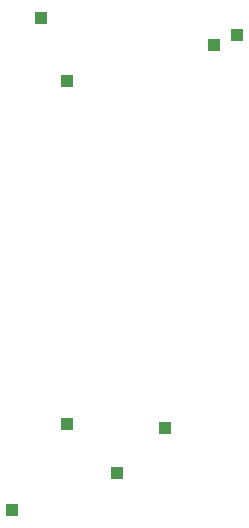
<source format=gbp>
G04*
G04 #@! TF.GenerationSoftware,Altium Limited,Altium Designer,20.1.12 (249)*
G04*
G04 Layer_Color=128*
%FSLAX44Y44*%
%MOMM*%
G71*
G04*
G04 #@! TF.SameCoordinates,CC81BD5A-250F-4E5F-800E-8ED098A84927*
G04*
G04*
G04 #@! TF.FilePolarity,Positive*
G04*
G01*
G75*
%ADD71R,1.0000X1.0000*%
D71*
X295000Y548500D02*
D03*
X275000Y540000D02*
D03*
X234000Y216000D02*
D03*
X151000Y510000D02*
D03*
X193000Y178000D02*
D03*
X129000Y563000D02*
D03*
X151000Y219000D02*
D03*
X104000Y147000D02*
D03*
M02*

</source>
